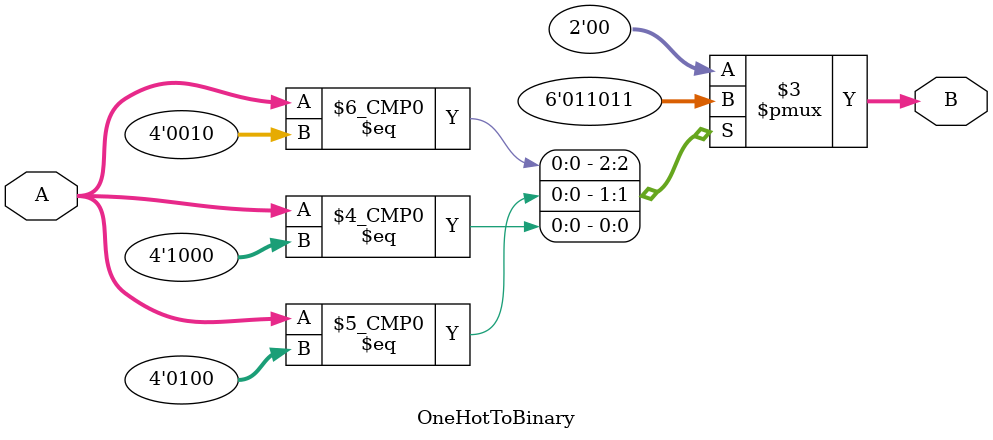
<source format=v>
module OneHotToBinary (
    input [3:0] A,
    output reg [1:0] B
);

always @* begin
    case (A)
        4'b0001: B = 2'b00; // A[0] active
        4'b0010: B = 2'b01; // A[1] active
        4'b0100: B = 2'b10; // A[2] active
        4'b1000: B = 2'b11; // A[3] active
        default: B = 2'b00; // none or multiple bits active
    endcase
end

endmodule

</source>
